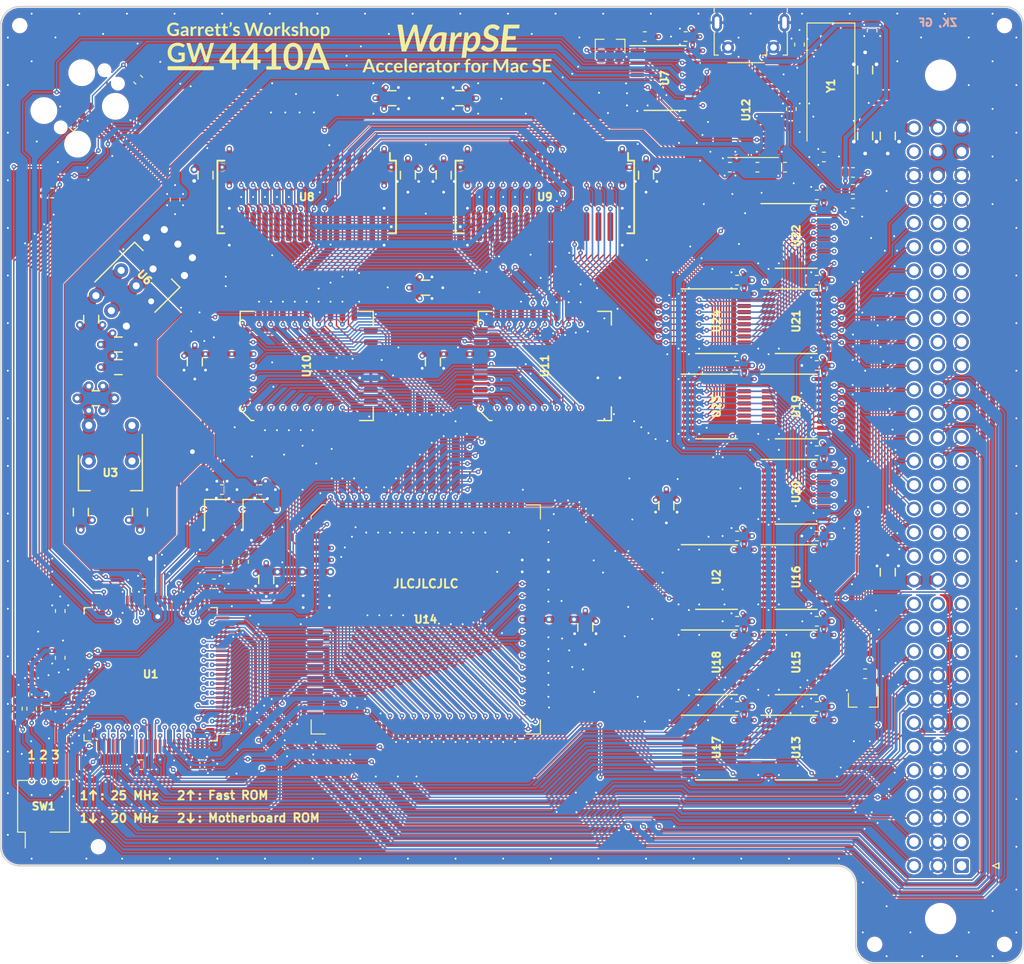
<source format=kicad_pcb>
(kicad_pcb (version 20211014) (generator pcbnew)

  (general
    (thickness 1.6)
  )

  (paper "A4")
  (layers
    (0 "F.Cu" signal)
    (1 "In1.Cu" power)
    (2 "In2.Cu" power)
    (31 "B.Cu" signal)
    (32 "B.Adhes" user "B.Adhesive")
    (33 "F.Adhes" user "F.Adhesive")
    (34 "B.Paste" user)
    (35 "F.Paste" user)
    (36 "B.SilkS" user "B.Silkscreen")
    (37 "F.SilkS" user "F.Silkscreen")
    (38 "B.Mask" user)
    (39 "F.Mask" user)
    (40 "Dwgs.User" user "User.Drawings")
    (41 "Cmts.User" user "User.Comments")
    (42 "Eco1.User" user "User.Eco1")
    (43 "Eco2.User" user "User.Eco2")
    (44 "Edge.Cuts" user)
    (45 "Margin" user)
    (46 "B.CrtYd" user "B.Courtyard")
    (47 "F.CrtYd" user "F.Courtyard")
    (48 "B.Fab" user)
    (49 "F.Fab" user)
  )

  (setup
    (pad_to_mask_clearance 0.05)
    (pcbplotparams
      (layerselection 0x00010fc_ffffffff)
      (disableapertmacros false)
      (usegerberextensions true)
      (usegerberattributes false)
      (usegerberadvancedattributes false)
      (creategerberjobfile false)
      (svguseinch false)
      (svgprecision 6)
      (excludeedgelayer true)
      (plotframeref false)
      (viasonmask false)
      (mode 1)
      (useauxorigin false)
      (hpglpennumber 1)
      (hpglpenspeed 20)
      (hpglpendiameter 15.000000)
      (dxfpolygonmode true)
      (dxfimperialunits true)
      (dxfusepcbnewfont true)
      (psnegative false)
      (psa4output false)
      (plotreference true)
      (plotvalue true)
      (plotinvisibletext false)
      (sketchpadsonfab false)
      (subtractmaskfromsilk true)
      (outputformat 1)
      (mirror false)
      (drillshape 0)
      (scaleselection 1)
      (outputdirectory "gerber/")
    )
  )

  (net 0 "")
  (net 1 "GND")
  (net 2 "+5V")
  (net 3 "+3V3")
  (net 4 "-5V")
  (net 5 "+12V")
  (net 6 "-12V")
  (net 7 "Net-(C46-Pad1)")
  (net 8 "unconnected-(J1-PadA1)")
  (net 9 "unconnected-(J1-PadA2)")
  (net 10 "unconnected-(J1-PadA3)")
  (net 11 "/Buf/MacA1")
  (net 12 "/Buf/MacA2")
  (net 13 "/Buf/MacA3")
  (net 14 "/Buf/MacA4")
  (net 15 "/Buf/MacA5")
  (net 16 "/Buf/MacA6")
  (net 17 "/Buf/MacA7")
  (net 18 "/Buf/MacA8")
  (net 19 "/Buf/MacA9")
  (net 20 "/Buf/MacA10")
  (net 21 "/Buf/MacA11")
  (net 22 "/Buf/MacA12")
  (net 23 "/Buf/MacA13")
  (net 24 "/Buf/MacA14")
  (net 25 "/Control/~{RESET}")
  (net 26 "/Buf/MacA15")
  (net 27 "/Control/Mac~{AS}")
  (net 28 "/Control/Mac~{UDS}")
  (net 29 "/Control/Mac~{LDS}")
  (net 30 "/Buf/Mac~{R}W")
  (net 31 "/Control/Mac~{DTACK}")
  (net 32 "/Buf/MacA16")
  (net 33 "/Control/Mac~{VMA}")
  (net 34 "/Control/Mac~{VPA}")
  (net 35 "/Buf/MacA17")
  (net 36 "/Buf/MacA18")
  (net 37 "/Buf/MacA19")
  (net 38 "/Buf/MacA20")
  (net 39 "/Buf/MacA21")
  (net 40 "/Buf/MacA22")
  (net 41 "/Buf/MacA23")
  (net 42 "/Control/Mac~{BERR}")
  (net 43 "/Control/~{IPL}2")
  (net 44 "/MC68k/~{IPL}1")
  (net 45 "/MC68k/~{IPL}0")
  (net 46 "/Control/MacE")
  (net 47 "unconnected-(J1-PadB10)")
  (net 48 "unconnected-(J1-PadB11)")
  (net 49 "/Control/C16M")
  (net 50 "/Control/C8M")
  (net 51 "unconnected-(J1-PadB12)")
  (net 52 "unconnected-(J1-PadB22)")
  (net 53 "unconnected-(J1-PadB23)")
  (net 54 "unconnected-(J1-PadB24)")
  (net 55 "unconnected-(J1-PadB25)")
  (net 56 "unconnected-(J1-PadB26)")
  (net 57 "unconnected-(J1-PadB27)")
  (net 58 "unconnected-(J1-PadB28)")
  (net 59 "/Control/Mac~{BR}")
  (net 60 "unconnected-(J1-PadC11)")
  (net 61 "/Buf/MacD0")
  (net 62 "/Buf/MacD1")
  (net 63 "/Buf/MacD2")
  (net 64 "/Buf/MacD3")
  (net 65 "/Buf/MacD4")
  (net 66 "/Buf/MacD5")
  (net 67 "/Buf/MacD6")
  (net 68 "/Buf/MacD7")
  (net 69 "/Buf/MacD8")
  (net 70 "/Buf/MacD9")
  (net 71 "/Buf/MacD10")
  (net 72 "/Buf/MacD11")
  (net 73 "/Buf/MacD12")
  (net 74 "/Buf/MacD13")
  (net 75 "/Buf/MacD14")
  (net 76 "/Buf/MacD15")
  (net 77 "unconnected-(J1-PadC31)")
  (net 78 "/Control/TMS")
  (net 79 "/Control/TCK")
  (net 80 "/Prog/TDO")
  (net 81 "/Control/TDI")
  (net 82 "Net-(J3-Pad3)")
  (net 83 "unconnected-(J2-Pad6)")
  (net 84 "/Prog/USB5V")
  (net 85 "Net-(J3-Pad2)")
  (net 86 "Net-(R1-Pad1)")
  (net 87 "unconnected-(J2-Pad7)")
  (net 88 "unconnected-(J2-Pad8)")
  (net 89 "/Control/SW1")
  (net 90 "/Clk.sch/CK20EN")
  (net 91 "unconnected-(J3-Pad4)")
  (net 92 "/Clk.sch/MCLK")
  (net 93 "/Clk.sch/RCLK")
  (net 94 "unconnected-(U1-Pad1)")
  (net 95 "/Control/Acc~{VPA}")
  (net 96 "/Control/Acc~{BERR}")
  (net 97 "/Buf/Din~{OE}")
  (net 98 "/Buf/Dout~{OE}")
  (net 99 "/Buf/Aout~{OE}")
  (net 100 "/Buf/DinLE")
  (net 101 "/Buf/ADoutLE0")
  (net 102 "/Buf/ADoutLE1")
  (net 103 "/Buf/AccA5")
  (net 104 "/Buf/AccA6")
  (net 105 "/Buf/AccA7")
  (net 106 "/Buf/AccA8")
  (net 107 "/Buf/AccA9")
  (net 108 "/Control/U~{WE}")
  (net 109 "/Control/L~{WE}")
  (net 110 "/Control/~{RAS}")
  (net 111 "/Control/RA11")
  (net 112 "/Clk.sch/CK25EN")
  (net 113 "/Buf/AccA10")
  (net 114 "/Control/RA9")
  (net 115 "/Control/RA10")
  (net 116 "/Control/RA8")
  (net 117 "/Control/RA0")
  (net 118 "/Control/RA7")
  (net 119 "/Control/RA1")
  (net 120 "/Buf/AccA11")
  (net 121 "/Control/RA6")
  (net 122 "/Control/RA2")
  (net 123 "/Control/RA5")
  (net 124 "/Control/RA3")
  (net 125 "/Control/RA4")
  (net 126 "/Buf/AccA12")
  (net 127 "/Control/~{OE}")
  (net 128 "/Control/~{CAS}")
  (net 129 "/Control/ROM~{CS}")
  (net 130 "/Control/ROM~{WE}")
  (net 131 "/Control/Acc~{UDS}")
  (net 132 "/Control/Acc~{AS}")
  (net 133 "/Control/Acc~{LDS}")
  (net 134 "/Buf/AccA13")
  (net 135 "/Control/Acc~{DTACK}")
  (net 136 "/Buf/AccA14")
  (net 137 "/Buf/AccA15")
  (net 138 "/Buf/AccA16")
  (net 139 "/Buf/AccA17")
  (net 140 "/Buf/AccA18")
  (net 141 "/Buf/AccA19")
  (net 142 "/Buf/AccA20")
  (net 143 "/Buf/AccA21")
  (net 144 "/Buf/AccA22")
  (net 145 "/Buf/AccA23")
  (net 146 "/Buf/Acc~{R}W")
  (net 147 "unconnected-(U1-Pad39)")
  (net 148 "unconnected-(U1-Pad49)")
  (net 149 "/Control/SW2")
  (net 150 "unconnected-(U1-Pad68)")
  (net 151 "Net-(Q1-Pad1)")
  (net 152 "unconnected-(U1-Pad71)")
  (net 153 "/Control/Mac~{BG}")
  (net 154 "Net-(U16-Pad2)")
  (net 155 "Net-(U16-Pad3)")
  (net 156 "Net-(U16-Pad4)")
  (net 157 "Net-(U16-Pad5)")
  (net 158 "Net-(U16-Pad6)")
  (net 159 "Net-(U16-Pad7)")
  (net 160 "Net-(U16-Pad8)")
  (net 161 "Net-(U16-Pad9)")
  (net 162 "/Buf/AccD6")
  (net 163 "/Buf/AccD7")
  (net 164 "/Buf/AccD5")
  (net 165 "/Buf/AccD3")
  (net 166 "/Buf/AccD1")
  (net 167 "/Buf/AccD2")
  (net 168 "/Buf/AccD4")
  (net 169 "/Buf/AccD14")
  (net 170 "/Buf/AccD15")
  (net 171 "/Buf/AccD13")
  (net 172 "/Buf/AccD11")
  (net 173 "/Buf/AccD9")
  (net 174 "/Buf/AccD8")
  (net 175 "/Buf/AccD10")
  (net 176 "/Buf/AccD12")
  (net 177 "/Buf/AccA1")
  (net 178 "/Buf/AccA2")
  (net 179 "/Buf/AccA3")
  (net 180 "Net-(U13-Pad2)")
  (net 181 "Net-(U13-Pad3)")
  (net 182 "Net-(U13-Pad4)")
  (net 183 "Net-(U13-Pad5)")
  (net 184 "Net-(U13-Pad6)")
  (net 185 "Net-(U13-Pad7)")
  (net 186 "Net-(U13-Pad8)")
  (net 187 "Net-(U13-Pad9)")
  (net 188 "/Buf/AccA4")
  (net 189 "unconnected-(U1-Pad99)")
  (net 190 "unconnected-(U7-Pad12)")
  (net 191 "unconnected-(U7-Pad13)")
  (net 192 "unconnected-(U7-Pad15)")
  (net 193 "unconnected-(U7-Pad17)")
  (net 194 "unconnected-(U7-Pad19)")
  (net 195 "unconnected-(U12-Pad10)")
  (net 196 "Net-(U15-Pad2)")
  (net 197 "Net-(U15-Pad3)")
  (net 198 "Net-(U15-Pad4)")
  (net 199 "Net-(U15-Pad5)")
  (net 200 "Net-(U15-Pad6)")
  (net 201 "Net-(U15-Pad7)")
  (net 202 "Net-(U15-Pad8)")
  (net 203 "Net-(U15-Pad9)")
  (net 204 "Net-(U19-Pad2)")
  (net 205 "Net-(U19-Pad3)")
  (net 206 "Net-(U19-Pad4)")
  (net 207 "Net-(U19-Pad5)")
  (net 208 "Net-(U19-Pad6)")
  (net 209 "Net-(U19-Pad7)")
  (net 210 "Net-(U19-Pad8)")
  (net 211 "Net-(U19-Pad9)")
  (net 212 "Net-(U21-Pad2)")
  (net 213 "Net-(U21-Pad3)")
  (net 214 "Net-(U21-Pad4)")
  (net 215 "Net-(U21-Pad5)")
  (net 216 "Net-(U21-Pad6)")
  (net 217 "Net-(U21-Pad7)")
  (net 218 "Net-(U21-Pad8)")
  (net 219 "Net-(U21-Pad9)")
  (net 220 "Net-(R5-Pad1)")
  (net 221 "Net-(C47-Pad1)")
  (net 222 "unconnected-(U12-Pad11)")
  (net 223 "unconnected-(U12-Pad12)")
  (net 224 "unconnected-(U14-Pad11)")
  (net 225 "unconnected-(U14-Pad18)")
  (net 226 "unconnected-(U14-Pad21)")
  (net 227 "unconnected-(U14-Pad22)")
  (net 228 "unconnected-(U14-Pad28)")
  (net 229 "/Prog/UTCK")
  (net 230 "Net-(C48-Pad1)")
  (net 231 "/Prog/JTAG~{OE}")
  (net 232 "/Control/SW0")
  (net 233 "Net-(R9-Pad2)")
  (net 234 "/Prog/UTMS")
  (net 235 "/Prog/UTDI")
  (net 236 "unconnected-(U14-Pad29)")
  (net 237 "unconnected-(U14-Pad30)")
  (net 238 "unconnected-(U14-Pad31)")
  (net 239 "unconnected-(J1-PadC4)")

  (footprint "stdpads:C_0805" (layer "F.Cu") (at 112.903 71.208 -90))

  (footprint "stdpads:C_0805" (layer "F.Cu") (at 115.7995 73.914 180))

  (footprint "stdpads:C_0805" (layer "F.Cu") (at 115.7995 76.327 180))

  (footprint "stdpads:C_0603" (layer "F.Cu") (at 130.95 89.4 180))

  (footprint "stdpads:C_0805" (layer "F.Cu") (at 113.4 79.65))

  (footprint "stdpads:TQFP-100_14x14mm_P0.5mm" (layer "F.Cu") (at 119.25 109.1 90))

  (footprint "stdpads:C_0805" (layer "F.Cu") (at 195.453 44.616 90))

  (footprint "stdpads:C_0805" (layer "F.Cu") (at 195.453 51.65 -90))

  (footprint "stdpads:C_0805" (layer "F.Cu") (at 197.866 51.65 -90))

  (footprint "stdpads:SOT-223" (layer "F.Cu") (at 118.6 66.75 -135))

  (footprint "stdpads:SOJ-28_300mil" (layer "F.Cu") (at 161.29 58.166 -90))

  (footprint "stdpads:DIN41612_R_3x32_Male_Vertical_THT" (layer "F.Cu") (at 205.74 129.54 180))

  (footprint "stdpads:C_0603" (layer "F.Cu") (at 126 99.45))

  (footprint "stdpads:TSSOP-20_4.4x6.5mm_P0.65mm" (layer "F.Cu") (at 179.6 98.725 -90))

  (footprint "stdpads:C_0603" (layer "F.Cu") (at 181.8 94.35 180))

  (footprint "stdpads:C_0603" (layer "F.Cu") (at 190.3 57.95 180))

  (footprint "stdpads:C_0603" (layer "F.Cu") (at 190.3 94.35 180))

  (footprint "stdpads:C_0603" (layer "F.Cu") (at 190.3 85.25 180))

  (footprint "stdpads:C_0603" (layer "F.Cu") (at 181.8 112.55 180))

  (footprint "stdpads:C_0603" (layer "F.Cu") (at 190.3 112.55 180))

  (footprint "stdpads:C_0603" (layer "F.Cu") (at 190.3 67.05 180))

  (footprint "stdpads:C_0603" (layer "F.Cu") (at 181.8 67.05 180))

  (footprint "stdpads:C_0603" (layer "F.Cu") (at 181.8 76.15 180))

  (footprint "stdpads:C_0603" (layer "F.Cu") (at 181.8 103.45 180))

  (footprint "stdpads:C_0603" (layer "F.Cu") (at 190.3 103.45 180))

  (footprint "stdpads:C_0805" (layer "F.Cu") (at 197.866 98.21 90))

  (footprint "stdpads:C_0805" (layer "F.Cu") (at 131.572 99.021 -90))

  (footprint "stdpads:C_0805" (layer "F.Cu") (at 165.608 104.101 -90))

  (footprint "stdpads:TSSOP-20_4.4x6.5mm_P0.65mm" (layer "F.Cu") (at 179.6 71.425 -90))

  (footprint "stdpads:TSSOP-20_4.4x6.5mm_P0.65mm" (layer "F.Cu") (at 179.6 80.525 -90))

  (footprint "stdpads:TSSOP-20_4.4x6.5mm_P0.65mm" (layer "F.Cu") (at 188.1 62.325 -90))

  (footprint "stdpads:TSSOP-20_4.4x6.5mm_P0.65mm" (layer "F.Cu") (at 188.1 71.425 -90))

  (footprint "stdpads:TSSOP-20_4.4x6.5mm_P0.65mm" (layer "F.Cu") (at 188.1 89.625 -90))

  (footprint "stdpads:TSSOP-20_4.4x6.5mm_P0.65mm" (layer "F.Cu") (at 188.1 80.525 -90))

  (footprint "stdpads:TSSOP-20_4.4x6.5mm_P0.65mm" (layer "F.Cu")
    (tedit 5F27C9F6) (tstamp 00000000-0000-0000-0000-000061aa2d37)
    (at 179.6 107.825 -90)
    (descr "20-Lead Plastic Thin Shrink Small Outline (ST)-4.4 mm Body [TSSOP] (see Microchip Packaging Specification 00000049BS.pdf)")
    (tags "SSOP 0.65")
    (property "LCSC Part" "C141311")
    (property "Sheetfile" "Buf.kicad_sch")
    (property "Sheetname" "Buf")
    (path "/00000000-0000-0000-0000-000060941922/00000000-0000-0000-0000-00006169e1cd")
    (solder_mask_margin 0.024)
    (solder_paste_margin -0.04)
    (attr smd)
    (fp_text reference "U18" (at 0 0 -90) (layer "F.Fab")
      (effects (font (size 0.8128 0.8128) (thickness 0.2032)))
      (tstamp 19e8b3da-5a76-44f4-be83-5c297aa9ef95)
    )
    (fp_text value "74AHCT573PW" (at 0 1.016 -90) (layer "F.Fab")
      (effects (font (size 0.508 0.508) (thickness 0.127)))
      (tstamp 662a8514-1b9b-4418-a29f-6aa66f885940)
    )
    (fp_text user "${REFERENCE}" (at 0 0 90) (layer "F.SilkS")
      (effects (font (size 0.8128 0.8128) (thickness 0.2032)))
      (tstamp ea2a4273-2d39-4c2f-8cc2-c17baa70c675)
    )
    (fp_line (start 3.45 2.225) (end 3.45 -2.225) (layer "F.SilkS") (width 0.15) (tstamp 17f8435c-0e86-4886-be46-0a164f26bb29))
    (fp_line (start -3.45 3.75) (end -3.45 -2.225) (layer "F.SilkS") (width 0.15) (tstamp 2e8416ea-c257-418c-b887-4a7d7449aebf))
    (fp_line (start 3.55 3.95) (end 3.55 -3.95) (layer "F.CrtYd") (width 0.05) (tstamp 0ba7e067-3104-4059-a2fb-d0319a7b2322))
    (fp_line (start -3.55 3.95) (end -3.55 -3.95) (layer "F.CrtYd") (width 0.05) (tstamp 1e0b6f7b-2c6b-443e-8636-b6a0e805e042))
    (fp_line (start -3.55 -3.95) (end 3.55 -3.95) (layer "F.CrtYd") (width 0.05) (tstamp a588ae46-6880-48b7-b8d0-a16cb00a56f2))
    (fp_line (start -3.55 3.95) (end 3.55 3.95) (layer "F.CrtYd") (width 0.05) (tstamp e44359bf-15ca-472d-b43e-b28686df2119))
    (fp_line (start -3.25 -2.2) (end 3.25 -2.2) (layer "F.Fab") (width 0.15) (tstamp 0272800b-99d
... [7978213 chars truncated]
</source>
